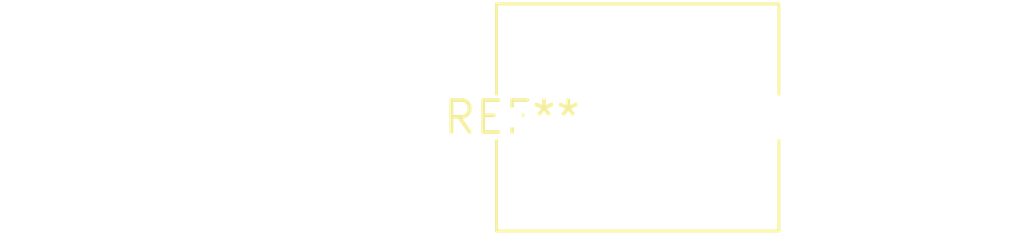
<source format=kicad_pcb>
(kicad_pcb (version 20240108) (generator pcbnew)
  (layers (0 "F.Cu" signal) (31 "B.Cu" signal) (34 "B.Paste" user) (35 "F.Paste" user) (36 "B.SilkS" user "B.Silkscreen") (37 "F.SilkS" user "F.Silkscreen") (38 "B.Mask" user) (39 "F.Mask" user) (44 "Edge.Cuts" user))
  (net 0 "")
  (footprint "C_Rect_L11.0mm_W8.8mm_P10.00mm_MKT" (layer "F.Cu") (at 0 0)
    (property "Reference" "REF**")
    (property "Value" "C_Rect_L11.0mm_W8.8mm_P10.00mm_MKT")
    (fp_line (start -0.62 -4.52) (end -0.62 -0.925) (layer "F.SilkS") (stroke (width 0.12)))
    (fp_line (start -0.62 -4.52) (end 10.62 -4.52) (layer "F.SilkS") (stroke (width 0.12)))
    (fp_line (start -0.62 0.925) (end -0.62 4.52) (layer "F.SilkS") (stroke (width 0.12)))
    (fp_line (start -0.62 4.52) (end 10.62 4.52) (layer "F.SilkS") (stroke (width 0.12)))
    (fp_line (start 10.62 -4.52) (end 10.62 -0.925) (layer "F.SilkS") (stroke (width 0.12)))
    (fp_line (start 10.62 0.925) (end 10.62 4.52) (layer "F.SilkS") (stroke (width 0.12)))
    (pad "1" thru_hole circle (at 0 0) (size 1.6 1.6) (drill 0.8) (layers *.Cu *.Mask) (remove_unused_layers))
    (pad "2" thru_hole circle (at 10 0) (size 1.6 1.6) (drill 0.8) (layers *.Cu *.Mask) (remove_unused_layers))
  )
)
</source>
